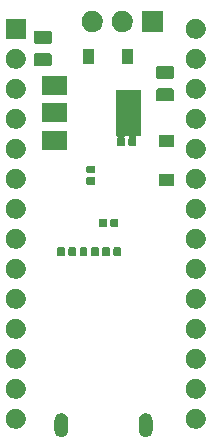
<source format=gbr>
G04 #@! TF.GenerationSoftware,KiCad,Pcbnew,5.1.5+dfsg1-2build2*
G04 #@! TF.CreationDate,2023-08-25T20:20:15+01:00*
G04 #@! TF.ProjectId,pico-sp0256,7069636f-2d73-4703-9032-35362e6b6963,rev?*
G04 #@! TF.SameCoordinates,Original*
G04 #@! TF.FileFunction,Soldermask,Bot*
G04 #@! TF.FilePolarity,Negative*
%FSLAX46Y46*%
G04 Gerber Fmt 4.6, Leading zero omitted, Abs format (unit mm)*
G04 Created by KiCad (PCBNEW 5.1.5+dfsg1-2build2) date 2023-08-25 20:20:15*
%MOMM*%
%LPD*%
G04 APERTURE LIST*
%ADD10C,0.100000*%
G04 APERTURE END LIST*
D10*
G36*
X78135416Y-102061334D02*
G01*
X78243992Y-102094271D01*
X78243995Y-102094272D01*
X78280101Y-102113571D01*
X78344057Y-102147756D01*
X78431764Y-102219736D01*
X78503744Y-102307443D01*
X78537929Y-102371399D01*
X78557228Y-102407505D01*
X78557228Y-102407506D01*
X78557229Y-102407508D01*
X78590166Y-102516084D01*
X78598500Y-102600702D01*
X78598500Y-103507298D01*
X78590166Y-103591916D01*
X78557229Y-103700491D01*
X78557228Y-103700495D01*
X78537929Y-103736601D01*
X78503744Y-103800557D01*
X78431764Y-103888264D01*
X78344056Y-103960244D01*
X78280100Y-103994429D01*
X78243994Y-104013728D01*
X78243991Y-104013729D01*
X78135415Y-104046666D01*
X78022500Y-104057787D01*
X77909584Y-104046666D01*
X77801008Y-104013729D01*
X77801005Y-104013728D01*
X77764899Y-103994429D01*
X77700943Y-103960244D01*
X77613236Y-103888264D01*
X77541256Y-103800556D01*
X77487773Y-103700495D01*
X77487772Y-103700494D01*
X77487771Y-103700491D01*
X77454834Y-103591915D01*
X77446500Y-103507297D01*
X77446500Y-102600702D01*
X77454835Y-102516084D01*
X77487772Y-102407508D01*
X77487773Y-102407506D01*
X77487773Y-102407505D01*
X77507072Y-102371399D01*
X77541257Y-102307443D01*
X77613237Y-102219736D01*
X77700944Y-102147756D01*
X77764900Y-102113571D01*
X77801006Y-102094272D01*
X77801009Y-102094271D01*
X77909585Y-102061334D01*
X78022500Y-102050213D01*
X78135416Y-102061334D01*
G37*
G36*
X85285415Y-102061334D02*
G01*
X85393991Y-102094271D01*
X85393994Y-102094272D01*
X85430100Y-102113571D01*
X85494056Y-102147756D01*
X85581764Y-102219736D01*
X85653744Y-102307443D01*
X85687929Y-102371399D01*
X85707228Y-102407505D01*
X85707228Y-102407506D01*
X85707229Y-102407508D01*
X85740166Y-102516084D01*
X85748500Y-102600702D01*
X85748500Y-103507298D01*
X85740166Y-103591916D01*
X85707229Y-103700491D01*
X85707228Y-103700495D01*
X85687929Y-103736601D01*
X85653744Y-103800557D01*
X85581764Y-103888264D01*
X85494057Y-103960244D01*
X85430101Y-103994429D01*
X85393995Y-104013728D01*
X85393992Y-104013729D01*
X85285416Y-104046666D01*
X85172500Y-104057787D01*
X85059585Y-104046666D01*
X84951009Y-104013729D01*
X84951006Y-104013728D01*
X84914900Y-103994429D01*
X84850944Y-103960244D01*
X84763237Y-103888264D01*
X84691257Y-103800557D01*
X84657072Y-103736601D01*
X84637773Y-103700495D01*
X84637772Y-103700491D01*
X84604835Y-103591916D01*
X84596500Y-103507298D01*
X84596500Y-102600703D01*
X84604834Y-102516085D01*
X84637771Y-102407509D01*
X84637772Y-102407506D01*
X84657071Y-102371400D01*
X84691256Y-102307444D01*
X84763236Y-102219736D01*
X84850943Y-102147756D01*
X84914899Y-102113571D01*
X84951005Y-102094272D01*
X84951008Y-102094271D01*
X85059584Y-102061334D01*
X85172500Y-102050213D01*
X85285415Y-102061334D01*
G37*
G36*
X89651729Y-101721704D02*
G01*
X89806601Y-101785854D01*
X89945982Y-101878986D01*
X90064516Y-101997520D01*
X90157648Y-102136901D01*
X90221798Y-102291773D01*
X90254501Y-102456185D01*
X90254501Y-102623817D01*
X90221798Y-102788229D01*
X90157648Y-102943101D01*
X90064516Y-103082482D01*
X89945982Y-103201016D01*
X89806601Y-103294148D01*
X89651729Y-103358298D01*
X89487317Y-103391001D01*
X89319685Y-103391001D01*
X89155273Y-103358298D01*
X89000401Y-103294148D01*
X88861020Y-103201016D01*
X88742486Y-103082482D01*
X88649354Y-102943101D01*
X88585204Y-102788229D01*
X88552501Y-102623817D01*
X88552501Y-102456185D01*
X88585204Y-102291773D01*
X88649354Y-102136901D01*
X88742486Y-101997520D01*
X88861020Y-101878986D01*
X89000401Y-101785854D01*
X89155273Y-101721704D01*
X89319685Y-101689001D01*
X89487317Y-101689001D01*
X89651729Y-101721704D01*
G37*
G36*
X74411729Y-101721704D02*
G01*
X74566601Y-101785854D01*
X74705982Y-101878986D01*
X74824516Y-101997520D01*
X74917648Y-102136901D01*
X74981798Y-102291773D01*
X75014501Y-102456185D01*
X75014501Y-102623817D01*
X74981798Y-102788229D01*
X74917648Y-102943101D01*
X74824516Y-103082482D01*
X74705982Y-103201016D01*
X74566601Y-103294148D01*
X74411729Y-103358298D01*
X74247317Y-103391001D01*
X74079685Y-103391001D01*
X73915273Y-103358298D01*
X73760401Y-103294148D01*
X73621020Y-103201016D01*
X73502486Y-103082482D01*
X73409354Y-102943101D01*
X73345204Y-102788229D01*
X73312501Y-102623817D01*
X73312501Y-102456185D01*
X73345204Y-102291773D01*
X73409354Y-102136901D01*
X73502486Y-101997520D01*
X73621020Y-101878986D01*
X73760401Y-101785854D01*
X73915273Y-101721704D01*
X74079685Y-101689001D01*
X74247317Y-101689001D01*
X74411729Y-101721704D01*
G37*
G36*
X74411729Y-99181704D02*
G01*
X74566601Y-99245854D01*
X74705982Y-99338986D01*
X74824516Y-99457520D01*
X74917648Y-99596901D01*
X74981798Y-99751773D01*
X75014501Y-99916185D01*
X75014501Y-100083817D01*
X74981798Y-100248229D01*
X74917648Y-100403101D01*
X74824516Y-100542482D01*
X74705982Y-100661016D01*
X74566601Y-100754148D01*
X74411729Y-100818298D01*
X74247317Y-100851001D01*
X74079685Y-100851001D01*
X73915273Y-100818298D01*
X73760401Y-100754148D01*
X73621020Y-100661016D01*
X73502486Y-100542482D01*
X73409354Y-100403101D01*
X73345204Y-100248229D01*
X73312501Y-100083817D01*
X73312501Y-99916185D01*
X73345204Y-99751773D01*
X73409354Y-99596901D01*
X73502486Y-99457520D01*
X73621020Y-99338986D01*
X73760401Y-99245854D01*
X73915273Y-99181704D01*
X74079685Y-99149001D01*
X74247317Y-99149001D01*
X74411729Y-99181704D01*
G37*
G36*
X89651729Y-99181704D02*
G01*
X89806601Y-99245854D01*
X89945982Y-99338986D01*
X90064516Y-99457520D01*
X90157648Y-99596901D01*
X90221798Y-99751773D01*
X90254501Y-99916185D01*
X90254501Y-100083817D01*
X90221798Y-100248229D01*
X90157648Y-100403101D01*
X90064516Y-100542482D01*
X89945982Y-100661016D01*
X89806601Y-100754148D01*
X89651729Y-100818298D01*
X89487317Y-100851001D01*
X89319685Y-100851001D01*
X89155273Y-100818298D01*
X89000401Y-100754148D01*
X88861020Y-100661016D01*
X88742486Y-100542482D01*
X88649354Y-100403101D01*
X88585204Y-100248229D01*
X88552501Y-100083817D01*
X88552501Y-99916185D01*
X88585204Y-99751773D01*
X88649354Y-99596901D01*
X88742486Y-99457520D01*
X88861020Y-99338986D01*
X89000401Y-99245854D01*
X89155273Y-99181704D01*
X89319685Y-99149001D01*
X89487317Y-99149001D01*
X89651729Y-99181704D01*
G37*
G36*
X89651729Y-96641704D02*
G01*
X89806601Y-96705854D01*
X89945982Y-96798986D01*
X90064516Y-96917520D01*
X90157648Y-97056901D01*
X90221798Y-97211773D01*
X90254501Y-97376185D01*
X90254501Y-97543817D01*
X90221798Y-97708229D01*
X90157648Y-97863101D01*
X90064516Y-98002482D01*
X89945982Y-98121016D01*
X89806601Y-98214148D01*
X89651729Y-98278298D01*
X89487317Y-98311001D01*
X89319685Y-98311001D01*
X89155273Y-98278298D01*
X89000401Y-98214148D01*
X88861020Y-98121016D01*
X88742486Y-98002482D01*
X88649354Y-97863101D01*
X88585204Y-97708229D01*
X88552501Y-97543817D01*
X88552501Y-97376185D01*
X88585204Y-97211773D01*
X88649354Y-97056901D01*
X88742486Y-96917520D01*
X88861020Y-96798986D01*
X89000401Y-96705854D01*
X89155273Y-96641704D01*
X89319685Y-96609001D01*
X89487317Y-96609001D01*
X89651729Y-96641704D01*
G37*
G36*
X74411729Y-96641704D02*
G01*
X74566601Y-96705854D01*
X74705982Y-96798986D01*
X74824516Y-96917520D01*
X74917648Y-97056901D01*
X74981798Y-97211773D01*
X75014501Y-97376185D01*
X75014501Y-97543817D01*
X74981798Y-97708229D01*
X74917648Y-97863101D01*
X74824516Y-98002482D01*
X74705982Y-98121016D01*
X74566601Y-98214148D01*
X74411729Y-98278298D01*
X74247317Y-98311001D01*
X74079685Y-98311001D01*
X73915273Y-98278298D01*
X73760401Y-98214148D01*
X73621020Y-98121016D01*
X73502486Y-98002482D01*
X73409354Y-97863101D01*
X73345204Y-97708229D01*
X73312501Y-97543817D01*
X73312501Y-97376185D01*
X73345204Y-97211773D01*
X73409354Y-97056901D01*
X73502486Y-96917520D01*
X73621020Y-96798986D01*
X73760401Y-96705854D01*
X73915273Y-96641704D01*
X74079685Y-96609001D01*
X74247317Y-96609001D01*
X74411729Y-96641704D01*
G37*
G36*
X89651729Y-94101704D02*
G01*
X89806601Y-94165854D01*
X89945982Y-94258986D01*
X90064516Y-94377520D01*
X90157648Y-94516901D01*
X90221798Y-94671773D01*
X90254501Y-94836185D01*
X90254501Y-95003817D01*
X90221798Y-95168229D01*
X90157648Y-95323101D01*
X90064516Y-95462482D01*
X89945982Y-95581016D01*
X89806601Y-95674148D01*
X89651729Y-95738298D01*
X89487317Y-95771001D01*
X89319685Y-95771001D01*
X89155273Y-95738298D01*
X89000401Y-95674148D01*
X88861020Y-95581016D01*
X88742486Y-95462482D01*
X88649354Y-95323101D01*
X88585204Y-95168229D01*
X88552501Y-95003817D01*
X88552501Y-94836185D01*
X88585204Y-94671773D01*
X88649354Y-94516901D01*
X88742486Y-94377520D01*
X88861020Y-94258986D01*
X89000401Y-94165854D01*
X89155273Y-94101704D01*
X89319685Y-94069001D01*
X89487317Y-94069001D01*
X89651729Y-94101704D01*
G37*
G36*
X74411729Y-94101704D02*
G01*
X74566601Y-94165854D01*
X74705982Y-94258986D01*
X74824516Y-94377520D01*
X74917648Y-94516901D01*
X74981798Y-94671773D01*
X75014501Y-94836185D01*
X75014501Y-95003817D01*
X74981798Y-95168229D01*
X74917648Y-95323101D01*
X74824516Y-95462482D01*
X74705982Y-95581016D01*
X74566601Y-95674148D01*
X74411729Y-95738298D01*
X74247317Y-95771001D01*
X74079685Y-95771001D01*
X73915273Y-95738298D01*
X73760401Y-95674148D01*
X73621020Y-95581016D01*
X73502486Y-95462482D01*
X73409354Y-95323101D01*
X73345204Y-95168229D01*
X73312501Y-95003817D01*
X73312501Y-94836185D01*
X73345204Y-94671773D01*
X73409354Y-94516901D01*
X73502486Y-94377520D01*
X73621020Y-94258986D01*
X73760401Y-94165854D01*
X73915273Y-94101704D01*
X74079685Y-94069001D01*
X74247317Y-94069001D01*
X74411729Y-94101704D01*
G37*
G36*
X74411729Y-91561704D02*
G01*
X74566601Y-91625854D01*
X74705982Y-91718986D01*
X74824516Y-91837520D01*
X74917648Y-91976901D01*
X74981798Y-92131773D01*
X75014501Y-92296185D01*
X75014501Y-92463817D01*
X74981798Y-92628229D01*
X74917648Y-92783101D01*
X74824516Y-92922482D01*
X74705982Y-93041016D01*
X74566601Y-93134148D01*
X74411729Y-93198298D01*
X74247317Y-93231001D01*
X74079685Y-93231001D01*
X73915273Y-93198298D01*
X73760401Y-93134148D01*
X73621020Y-93041016D01*
X73502486Y-92922482D01*
X73409354Y-92783101D01*
X73345204Y-92628229D01*
X73312501Y-92463817D01*
X73312501Y-92296185D01*
X73345204Y-92131773D01*
X73409354Y-91976901D01*
X73502486Y-91837520D01*
X73621020Y-91718986D01*
X73760401Y-91625854D01*
X73915273Y-91561704D01*
X74079685Y-91529001D01*
X74247317Y-91529001D01*
X74411729Y-91561704D01*
G37*
G36*
X89651729Y-91561704D02*
G01*
X89806601Y-91625854D01*
X89945982Y-91718986D01*
X90064516Y-91837520D01*
X90157648Y-91976901D01*
X90221798Y-92131773D01*
X90254501Y-92296185D01*
X90254501Y-92463817D01*
X90221798Y-92628229D01*
X90157648Y-92783101D01*
X90064516Y-92922482D01*
X89945982Y-93041016D01*
X89806601Y-93134148D01*
X89651729Y-93198298D01*
X89487317Y-93231001D01*
X89319685Y-93231001D01*
X89155273Y-93198298D01*
X89000401Y-93134148D01*
X88861020Y-93041016D01*
X88742486Y-92922482D01*
X88649354Y-92783101D01*
X88585204Y-92628229D01*
X88552501Y-92463817D01*
X88552501Y-92296185D01*
X88585204Y-92131773D01*
X88649354Y-91976901D01*
X88742486Y-91837520D01*
X88861020Y-91718986D01*
X89000401Y-91625854D01*
X89155273Y-91561704D01*
X89319685Y-91529001D01*
X89487317Y-91529001D01*
X89651729Y-91561704D01*
G37*
G36*
X74411729Y-89021704D02*
G01*
X74566601Y-89085854D01*
X74705982Y-89178986D01*
X74824516Y-89297520D01*
X74917648Y-89436901D01*
X74981798Y-89591773D01*
X75014501Y-89756185D01*
X75014501Y-89923817D01*
X74981798Y-90088229D01*
X74917648Y-90243101D01*
X74824516Y-90382482D01*
X74705982Y-90501016D01*
X74566601Y-90594148D01*
X74411729Y-90658298D01*
X74247317Y-90691001D01*
X74079685Y-90691001D01*
X73915273Y-90658298D01*
X73760401Y-90594148D01*
X73621020Y-90501016D01*
X73502486Y-90382482D01*
X73409354Y-90243101D01*
X73345204Y-90088229D01*
X73312501Y-89923817D01*
X73312501Y-89756185D01*
X73345204Y-89591773D01*
X73409354Y-89436901D01*
X73502486Y-89297520D01*
X73621020Y-89178986D01*
X73760401Y-89085854D01*
X73915273Y-89021704D01*
X74079685Y-88989001D01*
X74247317Y-88989001D01*
X74411729Y-89021704D01*
G37*
G36*
X89651729Y-89021704D02*
G01*
X89806601Y-89085854D01*
X89945982Y-89178986D01*
X90064516Y-89297520D01*
X90157648Y-89436901D01*
X90221798Y-89591773D01*
X90254501Y-89756185D01*
X90254501Y-89923817D01*
X90221798Y-90088229D01*
X90157648Y-90243101D01*
X90064516Y-90382482D01*
X89945982Y-90501016D01*
X89806601Y-90594148D01*
X89651729Y-90658298D01*
X89487317Y-90691001D01*
X89319685Y-90691001D01*
X89155273Y-90658298D01*
X89000401Y-90594148D01*
X88861020Y-90501016D01*
X88742486Y-90382482D01*
X88649354Y-90243101D01*
X88585204Y-90088229D01*
X88552501Y-89923817D01*
X88552501Y-89756185D01*
X88585204Y-89591773D01*
X88649354Y-89436901D01*
X88742486Y-89297520D01*
X88861020Y-89178986D01*
X89000401Y-89085854D01*
X89155273Y-89021704D01*
X89319685Y-88989001D01*
X89487317Y-88989001D01*
X89651729Y-89021704D01*
G37*
G36*
X80158976Y-88033572D02*
G01*
X80178181Y-88039398D01*
X80195893Y-88048865D01*
X80211405Y-88061595D01*
X80224135Y-88077107D01*
X80233602Y-88094819D01*
X80239428Y-88114024D01*
X80242000Y-88140140D01*
X80242000Y-88643860D01*
X80239428Y-88669976D01*
X80233602Y-88689181D01*
X80224135Y-88706893D01*
X80211405Y-88722405D01*
X80195893Y-88735135D01*
X80178181Y-88744602D01*
X80158976Y-88750428D01*
X80132860Y-88753000D01*
X79689140Y-88753000D01*
X79663024Y-88750428D01*
X79643819Y-88744602D01*
X79626107Y-88735135D01*
X79610595Y-88722405D01*
X79597865Y-88706893D01*
X79588398Y-88689181D01*
X79582572Y-88669976D01*
X79580000Y-88643860D01*
X79580000Y-88140140D01*
X79582572Y-88114024D01*
X79588398Y-88094819D01*
X79597865Y-88077107D01*
X79610595Y-88061595D01*
X79626107Y-88048865D01*
X79643819Y-88039398D01*
X79663024Y-88033572D01*
X79689140Y-88031000D01*
X80132860Y-88031000D01*
X80158976Y-88033572D01*
G37*
G36*
X79213976Y-88033572D02*
G01*
X79233181Y-88039398D01*
X79250893Y-88048865D01*
X79266405Y-88061595D01*
X79279135Y-88077107D01*
X79288602Y-88094819D01*
X79294428Y-88114024D01*
X79297000Y-88140140D01*
X79297000Y-88643860D01*
X79294428Y-88669976D01*
X79288602Y-88689181D01*
X79279135Y-88706893D01*
X79266405Y-88722405D01*
X79250893Y-88735135D01*
X79233181Y-88744602D01*
X79213976Y-88750428D01*
X79187860Y-88753000D01*
X78744140Y-88753000D01*
X78718024Y-88750428D01*
X78698819Y-88744602D01*
X78681107Y-88735135D01*
X78665595Y-88722405D01*
X78652865Y-88706893D01*
X78643398Y-88689181D01*
X78637572Y-88669976D01*
X78635000Y-88643860D01*
X78635000Y-88140140D01*
X78637572Y-88114024D01*
X78643398Y-88094819D01*
X78652865Y-88077107D01*
X78665595Y-88061595D01*
X78681107Y-88048865D01*
X78698819Y-88039398D01*
X78718024Y-88033572D01*
X78744140Y-88031000D01*
X79187860Y-88031000D01*
X79213976Y-88033572D01*
G37*
G36*
X82063976Y-88033572D02*
G01*
X82083181Y-88039398D01*
X82100893Y-88048865D01*
X82116405Y-88061595D01*
X82129135Y-88077107D01*
X82138602Y-88094819D01*
X82144428Y-88114024D01*
X82147000Y-88140140D01*
X82147000Y-88643860D01*
X82144428Y-88669976D01*
X82138602Y-88689181D01*
X82129135Y-88706893D01*
X82116405Y-88722405D01*
X82100893Y-88735135D01*
X82083181Y-88744602D01*
X82063976Y-88750428D01*
X82037860Y-88753000D01*
X81594140Y-88753000D01*
X81568024Y-88750428D01*
X81548819Y-88744602D01*
X81531107Y-88735135D01*
X81515595Y-88722405D01*
X81502865Y-88706893D01*
X81493398Y-88689181D01*
X81487572Y-88669976D01*
X81485000Y-88643860D01*
X81485000Y-88140140D01*
X81487572Y-88114024D01*
X81493398Y-88094819D01*
X81502865Y-88077107D01*
X81515595Y-88061595D01*
X81531107Y-88048865D01*
X81548819Y-88039398D01*
X81568024Y-88033572D01*
X81594140Y-88031000D01*
X82037860Y-88031000D01*
X82063976Y-88033572D01*
G37*
G36*
X83023976Y-88033572D02*
G01*
X83043181Y-88039398D01*
X83060893Y-88048865D01*
X83076405Y-88061595D01*
X83089135Y-88077107D01*
X83098602Y-88094819D01*
X83104428Y-88114024D01*
X83107000Y-88140140D01*
X83107000Y-88643860D01*
X83104428Y-88669976D01*
X83098602Y-88689181D01*
X83089135Y-88706893D01*
X83076405Y-88722405D01*
X83060893Y-88735135D01*
X83043181Y-88744602D01*
X83023976Y-88750428D01*
X82997860Y-88753000D01*
X82554140Y-88753000D01*
X82528024Y-88750428D01*
X82508819Y-88744602D01*
X82491107Y-88735135D01*
X82475595Y-88722405D01*
X82462865Y-88706893D01*
X82453398Y-88689181D01*
X82447572Y-88669976D01*
X82445000Y-88643860D01*
X82445000Y-88140140D01*
X82447572Y-88114024D01*
X82453398Y-88094819D01*
X82462865Y-88077107D01*
X82475595Y-88061595D01*
X82491107Y-88048865D01*
X82508819Y-88039398D01*
X82528024Y-88033572D01*
X82554140Y-88031000D01*
X82997860Y-88031000D01*
X83023976Y-88033572D01*
G37*
G36*
X81118976Y-88033572D02*
G01*
X81138181Y-88039398D01*
X81155893Y-88048865D01*
X81171405Y-88061595D01*
X81184135Y-88077107D01*
X81193602Y-88094819D01*
X81199428Y-88114024D01*
X81202000Y-88140140D01*
X81202000Y-88643860D01*
X81199428Y-88669976D01*
X81193602Y-88689181D01*
X81184135Y-88706893D01*
X81171405Y-88722405D01*
X81155893Y-88735135D01*
X81138181Y-88744602D01*
X81118976Y-88750428D01*
X81092860Y-88753000D01*
X80649140Y-88753000D01*
X80623024Y-88750428D01*
X80603819Y-88744602D01*
X80586107Y-88735135D01*
X80570595Y-88722405D01*
X80557865Y-88706893D01*
X80548398Y-88689181D01*
X80542572Y-88669976D01*
X80540000Y-88643860D01*
X80540000Y-88140140D01*
X80542572Y-88114024D01*
X80548398Y-88094819D01*
X80557865Y-88077107D01*
X80570595Y-88061595D01*
X80586107Y-88048865D01*
X80603819Y-88039398D01*
X80623024Y-88033572D01*
X80649140Y-88031000D01*
X81092860Y-88031000D01*
X81118976Y-88033572D01*
G37*
G36*
X78253976Y-88033572D02*
G01*
X78273181Y-88039398D01*
X78290893Y-88048865D01*
X78306405Y-88061595D01*
X78319135Y-88077107D01*
X78328602Y-88094819D01*
X78334428Y-88114024D01*
X78337000Y-88140140D01*
X78337000Y-88643860D01*
X78334428Y-88669976D01*
X78328602Y-88689181D01*
X78319135Y-88706893D01*
X78306405Y-88722405D01*
X78290893Y-88735135D01*
X78273181Y-88744602D01*
X78253976Y-88750428D01*
X78227860Y-88753000D01*
X77784140Y-88753000D01*
X77758024Y-88750428D01*
X77738819Y-88744602D01*
X77721107Y-88735135D01*
X77705595Y-88722405D01*
X77692865Y-88706893D01*
X77683398Y-88689181D01*
X77677572Y-88669976D01*
X77675000Y-88643860D01*
X77675000Y-88140140D01*
X77677572Y-88114024D01*
X77683398Y-88094819D01*
X77692865Y-88077107D01*
X77705595Y-88061595D01*
X77721107Y-88048865D01*
X77738819Y-88039398D01*
X77758024Y-88033572D01*
X77784140Y-88031000D01*
X78227860Y-88031000D01*
X78253976Y-88033572D01*
G37*
G36*
X74411729Y-86481704D02*
G01*
X74566601Y-86545854D01*
X74705982Y-86638986D01*
X74824516Y-86757520D01*
X74917648Y-86896901D01*
X74981798Y-87051773D01*
X75014501Y-87216185D01*
X75014501Y-87383817D01*
X74981798Y-87548229D01*
X74917648Y-87703101D01*
X74824516Y-87842482D01*
X74705982Y-87961016D01*
X74566601Y-88054148D01*
X74411729Y-88118298D01*
X74247317Y-88151001D01*
X74079685Y-88151001D01*
X73915273Y-88118298D01*
X73760401Y-88054148D01*
X73621020Y-87961016D01*
X73502486Y-87842482D01*
X73409354Y-87703101D01*
X73345204Y-87548229D01*
X73312501Y-87383817D01*
X73312501Y-87216185D01*
X73345204Y-87051773D01*
X73409354Y-86896901D01*
X73502486Y-86757520D01*
X73621020Y-86638986D01*
X73760401Y-86545854D01*
X73915273Y-86481704D01*
X74079685Y-86449001D01*
X74247317Y-86449001D01*
X74411729Y-86481704D01*
G37*
G36*
X89651729Y-86481704D02*
G01*
X89806601Y-86545854D01*
X89945982Y-86638986D01*
X90064516Y-86757520D01*
X90157648Y-86896901D01*
X90221798Y-87051773D01*
X90254501Y-87216185D01*
X90254501Y-87383817D01*
X90221798Y-87548229D01*
X90157648Y-87703101D01*
X90064516Y-87842482D01*
X89945982Y-87961016D01*
X89806601Y-88054148D01*
X89651729Y-88118298D01*
X89487317Y-88151001D01*
X89319685Y-88151001D01*
X89155273Y-88118298D01*
X89000401Y-88054148D01*
X88861020Y-87961016D01*
X88742486Y-87842482D01*
X88649354Y-87703101D01*
X88585204Y-87548229D01*
X88552501Y-87383817D01*
X88552501Y-87216185D01*
X88585204Y-87051773D01*
X88649354Y-86896901D01*
X88742486Y-86757520D01*
X88861020Y-86638986D01*
X89000401Y-86545854D01*
X89155273Y-86481704D01*
X89319685Y-86449001D01*
X89487317Y-86449001D01*
X89651729Y-86481704D01*
G37*
G36*
X82769976Y-85620572D02*
G01*
X82789181Y-85626398D01*
X82806893Y-85635865D01*
X82822405Y-85648595D01*
X82835135Y-85664107D01*
X82844602Y-85681819D01*
X82850428Y-85701024D01*
X82853000Y-85727140D01*
X82853000Y-86230860D01*
X82850428Y-86256976D01*
X82844602Y-86276181D01*
X82835135Y-86293893D01*
X82822405Y-86309405D01*
X82806893Y-86322135D01*
X82789181Y-86331602D01*
X82769976Y-86337428D01*
X82743860Y-86340000D01*
X82300140Y-86340000D01*
X82274024Y-86337428D01*
X82254819Y-86331602D01*
X82237107Y-86322135D01*
X82221595Y-86309405D01*
X82208865Y-86293893D01*
X82199398Y-86276181D01*
X82193572Y-86256976D01*
X82191000Y-86230860D01*
X82191000Y-85727140D01*
X82193572Y-85701024D01*
X82199398Y-85681819D01*
X82208865Y-85664107D01*
X82221595Y-85648595D01*
X82237107Y-85635865D01*
X82254819Y-85626398D01*
X82274024Y-85620572D01*
X82300140Y-85618000D01*
X82743860Y-85618000D01*
X82769976Y-85620572D01*
G37*
G36*
X81809976Y-85620572D02*
G01*
X81829181Y-85626398D01*
X81846893Y-85635865D01*
X81862405Y-85648595D01*
X81875135Y-85664107D01*
X81884602Y-85681819D01*
X81890428Y-85701024D01*
X81893000Y-85727140D01*
X81893000Y-86230860D01*
X81890428Y-86256976D01*
X81884602Y-86276181D01*
X81875135Y-86293893D01*
X81862405Y-86309405D01*
X81846893Y-86322135D01*
X81829181Y-86331602D01*
X81809976Y-86337428D01*
X81783860Y-86340000D01*
X81340140Y-86340000D01*
X81314024Y-86337428D01*
X81294819Y-86331602D01*
X81277107Y-86322135D01*
X81261595Y-86309405D01*
X81248865Y-86293893D01*
X81239398Y-86276181D01*
X81233572Y-86256976D01*
X81231000Y-86230860D01*
X81231000Y-85727140D01*
X81233572Y-85701024D01*
X81239398Y-85681819D01*
X81248865Y-85664107D01*
X81261595Y-85648595D01*
X81277107Y-85635865D01*
X81294819Y-85626398D01*
X81314024Y-85620572D01*
X81340140Y-85618000D01*
X81783860Y-85618000D01*
X81809976Y-85620572D01*
G37*
G36*
X89651729Y-83941704D02*
G01*
X89806601Y-84005854D01*
X89945982Y-84098986D01*
X90064516Y-84217520D01*
X90157648Y-84356901D01*
X90221798Y-84511773D01*
X90254501Y-84676185D01*
X90254501Y-84843817D01*
X90221798Y-85008229D01*
X90157648Y-85163101D01*
X90064516Y-85302482D01*
X89945982Y-85421016D01*
X89806601Y-85514148D01*
X89651729Y-85578298D01*
X89487317Y-85611001D01*
X89319685Y-85611001D01*
X89155273Y-85578298D01*
X89000401Y-85514148D01*
X88861020Y-85421016D01*
X88742486Y-85302482D01*
X88649354Y-85163101D01*
X88585204Y-85008229D01*
X88552501Y-84843817D01*
X88552501Y-84676185D01*
X88585204Y-84511773D01*
X88649354Y-84356901D01*
X88742486Y-84217520D01*
X88861020Y-84098986D01*
X89000401Y-84005854D01*
X89155273Y-83941704D01*
X89319685Y-83909001D01*
X89487317Y-83909001D01*
X89651729Y-83941704D01*
G37*
G36*
X74411729Y-83941704D02*
G01*
X74566601Y-84005854D01*
X74705982Y-84098986D01*
X74824516Y-84217520D01*
X74917648Y-84356901D01*
X74981798Y-84511773D01*
X75014501Y-84676185D01*
X75014501Y-84843817D01*
X74981798Y-85008229D01*
X74917648Y-85163101D01*
X74824516Y-85302482D01*
X74705982Y-85421016D01*
X74566601Y-85514148D01*
X74411729Y-85578298D01*
X74247317Y-85611001D01*
X74079685Y-85611001D01*
X73915273Y-85578298D01*
X73760401Y-85514148D01*
X73621020Y-85421016D01*
X73502486Y-85302482D01*
X73409354Y-85163101D01*
X73345204Y-85008229D01*
X73312501Y-84843817D01*
X73312501Y-84676185D01*
X73345204Y-84511773D01*
X73409354Y-84356901D01*
X73502486Y-84217520D01*
X73621020Y-84098986D01*
X73760401Y-84005854D01*
X73915273Y-83941704D01*
X74079685Y-83909001D01*
X74247317Y-83909001D01*
X74411729Y-83941704D01*
G37*
G36*
X89651729Y-81401704D02*
G01*
X89806601Y-81465854D01*
X89945982Y-81558986D01*
X90064516Y-81677520D01*
X90157648Y-81816901D01*
X90221798Y-81971773D01*
X90254501Y-82136185D01*
X90254501Y-82303817D01*
X90221798Y-82468229D01*
X90157648Y-82623101D01*
X90064516Y-82762482D01*
X89945982Y-82881016D01*
X89806601Y-82974148D01*
X89651729Y-83038298D01*
X89487317Y-83071001D01*
X89319685Y-83071001D01*
X89155273Y-83038298D01*
X89000401Y-82974148D01*
X88861020Y-82881016D01*
X88742486Y-82762482D01*
X88649354Y-82623101D01*
X88585204Y-82468229D01*
X88552501Y-82303817D01*
X88552501Y-82136185D01*
X88585204Y-81971773D01*
X88649354Y-81816901D01*
X88742486Y-81677520D01*
X88861020Y-81558986D01*
X89000401Y-81465854D01*
X89155273Y-81401704D01*
X89319685Y-81369001D01*
X89487317Y-81369001D01*
X89651729Y-81401704D01*
G37*
G36*
X74411729Y-81401704D02*
G01*
X74566601Y-81465854D01*
X74705982Y-81558986D01*
X74824516Y-81677520D01*
X74917648Y-81816901D01*
X74981798Y-81971773D01*
X75014501Y-82136185D01*
X75014501Y-82303817D01*
X74981798Y-82468229D01*
X74917648Y-82623101D01*
X74824516Y-82762482D01*
X74705982Y-82881016D01*
X74566601Y-82974148D01*
X74411729Y-83038298D01*
X74247317Y-83071001D01*
X74079685Y-83071001D01*
X73915273Y-83038298D01*
X73760401Y-82974148D01*
X73621020Y-82881016D01*
X73502486Y-82762482D01*
X73409354Y-82623101D01*
X73345204Y-82468229D01*
X73312501Y-82303817D01*
X73312501Y-82136185D01*
X73345204Y-81971773D01*
X73409354Y-81816901D01*
X73502486Y-81677520D01*
X73621020Y-81558986D01*
X73760401Y-81465854D01*
X73915273Y-81401704D01*
X74079685Y-81369001D01*
X74247317Y-81369001D01*
X74411729Y-81401704D01*
G37*
G36*
X87582500Y-82796000D02*
G01*
X86280500Y-82796000D01*
X86280500Y-81794000D01*
X87582500Y-81794000D01*
X87582500Y-82796000D01*
G37*
G36*
X80795976Y-82066572D02*
G01*
X80815181Y-82072398D01*
X80832893Y-82081865D01*
X80848405Y-82094595D01*
X80861135Y-82110107D01*
X80870602Y-82127819D01*
X80876428Y-82147024D01*
X80879000Y-82173140D01*
X80879000Y-82616860D01*
X80876428Y-82642976D01*
X80870602Y-82662181D01*
X80861135Y-82679893D01*
X80848405Y-82695405D01*
X80832893Y-82708135D01*
X80815181Y-82717602D01*
X80795976Y-82723428D01*
X80769860Y-82726000D01*
X80266140Y-82726000D01*
X80240024Y-82723428D01*
X80220819Y-82717602D01*
X80203107Y-82708135D01*
X80187595Y-82695405D01*
X80174865Y-82679893D01*
X80165398Y-82662181D01*
X80159572Y-82642976D01*
X80157000Y-82616860D01*
X80157000Y-82173140D01*
X80159572Y-82147024D01*
X80165398Y-82127819D01*
X80174865Y-82110107D01*
X80187595Y-82094595D01*
X80203107Y-82081865D01*
X80220819Y-82072398D01*
X80240024Y-82066572D01*
X80266140Y-82064000D01*
X80769860Y-82064000D01*
X80795976Y-82066572D01*
G37*
G36*
X80795976Y-81106572D02*
G01*
X80815181Y-81112398D01*
X80832893Y-81121865D01*
X80848405Y-81134595D01*
X80861135Y-81150107D01*
X80870602Y-81167819D01*
X80876428Y-81187024D01*
X80879000Y-81213140D01*
X80879000Y-81656860D01*
X80876428Y-81682976D01*
X80870602Y-81702181D01*
X80861135Y-81719893D01*
X80848405Y-81735405D01*
X80832893Y-81748135D01*
X80815181Y-81757602D01*
X80795976Y-81763428D01*
X80769860Y-81766000D01*
X80266140Y-81766000D01*
X80240024Y-81763428D01*
X80220819Y-81757602D01*
X80203107Y-81748135D01*
X80187595Y-81735405D01*
X80174865Y-81719893D01*
X80165398Y-81702181D01*
X80159572Y-81682976D01*
X80157000Y-81656860D01*
X80157000Y-81213140D01*
X80159572Y-81187024D01*
X80165398Y-81167819D01*
X80174865Y-81150107D01*
X80187595Y-81134595D01*
X80203107Y-81121865D01*
X80220819Y-81112398D01*
X80240024Y-81106572D01*
X80266140Y-81104000D01*
X80769860Y-81104000D01*
X80795976Y-81106572D01*
G37*
G36*
X74411729Y-78861704D02*
G01*
X74566601Y-78925854D01*
X74705982Y-79018986D01*
X74824516Y-79137520D01*
X74917648Y-79276901D01*
X74981798Y-79431773D01*
X75014501Y-79596185D01*
X75014501Y-79763817D01*
X74981798Y-79928229D01*
X74917648Y-80083101D01*
X74824516Y-80222482D01*
X74705982Y-80341016D01*
X74566601Y-80434148D01*
X74411729Y-80498298D01*
X74247317Y-80531001D01*
X74079685Y-80531001D01*
X73915273Y-80498298D01*
X73760401Y-80434148D01*
X73621020Y-80341016D01*
X73502486Y-80222482D01*
X73409354Y-80083101D01*
X73345204Y-79928229D01*
X73312501Y-79763817D01*
X73312501Y-79596185D01*
X73345204Y-79431773D01*
X73409354Y-79276901D01*
X73502486Y-79137520D01*
X73621020Y-79018986D01*
X73760401Y-78925854D01*
X73915273Y-78861704D01*
X74079685Y-78829001D01*
X74247317Y-78829001D01*
X74411729Y-78861704D01*
G37*
G36*
X89651729Y-78861704D02*
G01*
X89806601Y-78925854D01*
X89945982Y-79018986D01*
X90064516Y-79137520D01*
X90157648Y-79276901D01*
X90221798Y-79431773D01*
X90254501Y-79596185D01*
X90254501Y-79763817D01*
X90221798Y-79928229D01*
X90157648Y-80083101D01*
X90064516Y-80222482D01*
X89945982Y-80341016D01*
X89806601Y-80434148D01*
X89651729Y-80498298D01*
X89487317Y-80531001D01*
X89319685Y-80531001D01*
X89155273Y-80498298D01*
X89000401Y-80434148D01*
X88861020Y-80341016D01*
X88742486Y-80222482D01*
X88649354Y-80083101D01*
X88585204Y-79928229D01*
X88552501Y-79763817D01*
X88552501Y-79596185D01*
X88585204Y-79431773D01*
X88649354Y-79276901D01*
X88742486Y-79137520D01*
X88861020Y-79018986D01*
X89000401Y-78925854D01*
X89155273Y-78861704D01*
X89319685Y-78829001D01*
X89487317Y-78829001D01*
X89651729Y-78861704D01*
G37*
G36*
X78482500Y-79745500D02*
G01*
X76380500Y-79745500D01*
X76380500Y-78143500D01*
X78482500Y-78143500D01*
X78482500Y-79745500D01*
G37*
G36*
X87582500Y-79496000D02*
G01*
X86280500Y-79496000D01*
X86280500Y-78494000D01*
X87582500Y-78494000D01*
X87582500Y-79496000D01*
G37*
G36*
X84782500Y-78595500D02*
G01*
X84450582Y-78595500D01*
X84426196Y-78597902D01*
X84402747Y-78605015D01*
X84381136Y-78616566D01*
X84362194Y-78632111D01*
X84346649Y-78651053D01*
X84335098Y-78672664D01*
X84327985Y-78696113D01*
X84325583Y-78720499D01*
X84327985Y-78744885D01*
X84335098Y-78768334D01*
X84353954Y-78799794D01*
X84359135Y-78806107D01*
X84368602Y-78823819D01*
X84374428Y-78843024D01*
X84377000Y-78869140D01*
X84377000Y-79372860D01*
X84374428Y-79398976D01*
X84368602Y-79418181D01*
X84359135Y-79435893D01*
X84346405Y-79451405D01*
X84330893Y-79464135D01*
X84313181Y-79473602D01*
X84293976Y-79479428D01*
X84267860Y-79482000D01*
X83824140Y-79482000D01*
X83798024Y-79479428D01*
X83778819Y-79473602D01*
X83761107Y-79464135D01*
X83745595Y-79451405D01*
X83732865Y-79435893D01*
X83723398Y-79418181D01*
X83717572Y-79398976D01*
X83715000Y-79372860D01*
X83715000Y-78869140D01*
X83717572Y-78843024D01*
X83723398Y-78823819D01*
X83732865Y-78806107D01*
X83738046Y-78799794D01*
X83751659Y-78779419D01*
X83761036Y-78756780D01*
X83765816Y-78732746D01*
X83765815Y-78708242D01*
X83761033Y-78684209D01*
X83751655Y-78661571D01*
X83738041Y-78641197D01*
X83720713Y-78623871D01*
X83700338Y-78610258D01*
X83677699Y-78600881D01*
X83641418Y-78595500D01*
X83490582Y-78595500D01*
X83466196Y-78597902D01*
X83442747Y-78605015D01*
X83421136Y-78616566D01*
X83402194Y-78632111D01*
X83386649Y-78651053D01*
X83375098Y-78672664D01*
X83367985Y-78696113D01*
X83365583Y-78720499D01*
X83367985Y-78744885D01*
X83375098Y-78768334D01*
X83393954Y-78799794D01*
X83399135Y-78806107D01*
X83408602Y-78823819D01*
X83414428Y-78843024D01*
X83417000Y-78869140D01*
X83417000Y-79372860D01*
X83414428Y-79398976D01*
X83408602Y-79418181D01*
X83399135Y-79435893D01*
X83386405Y-79451405D01*
X83370893Y-79464135D01*
X83353181Y-79473602D01*
X83333976Y-79479428D01*
X83307860Y-79482000D01*
X82864140Y-79482000D01*
X82838024Y-79479428D01*
X82818819Y-79473602D01*
X82801107Y-79464135D01*
X82785595Y-79451405D01*
X82772865Y-79435893D01*
X82763398Y-79418181D01*
X82757572Y-79398976D01*
X82755000Y-79372860D01*
X82755000Y-78869140D01*
X82757572Y-78843024D01*
X82763398Y-78823819D01*
X82772865Y-78806107D01*
X82778046Y-78799794D01*
X82791659Y-78779419D01*
X82801036Y-78756780D01*
X82805816Y-78732746D01*
X82805815Y-78708242D01*
X82801033Y-78684209D01*
X82791655Y-78661571D01*
X82778041Y-78641197D01*
X82760713Y-78623871D01*
X82740338Y-78610258D01*
X82717699Y-78600881D01*
X82681418Y-78595500D01*
X82680500Y-78595500D01*
X82680500Y-74693500D01*
X84782500Y-74693500D01*
X84782500Y-78595500D01*
G37*
G36*
X89651729Y-76321704D02*
G01*
X89806601Y-76385854D01*
X89945982Y-76478986D01*
X90064516Y-76597520D01*
X90157648Y-76736901D01*
X90221798Y-76891773D01*
X90254501Y-77056185D01*
X90254501Y-77223817D01*
X90221798Y-77388229D01*
X90157648Y-77543101D01*
X90064516Y-77682482D01*
X89945982Y-77801016D01*
X89806601Y-77894148D01*
X89651729Y-77958298D01*
X89487317Y-77991001D01*
X89319685Y-77991001D01*
X89155273Y-77958298D01*
X89000401Y-77894148D01*
X88861020Y-77801016D01*
X88742486Y-77682482D01*
X88649354Y-77543101D01*
X88585204Y-77388229D01*
X88552501Y-77223817D01*
X88552501Y-77056185D01*
X88585204Y-76891773D01*
X88649354Y-76736901D01*
X88742486Y-76597520D01*
X88861020Y-76478986D01*
X89000401Y-76385854D01*
X89155273Y-76321704D01*
X89319685Y-76289001D01*
X89487317Y-76289001D01*
X89651729Y-76321704D01*
G37*
G36*
X74411729Y-76321704D02*
G01*
X74566601Y-76385854D01*
X74705982Y-76478986D01*
X74824516Y-76597520D01*
X74917648Y-76736901D01*
X74981798Y-76891773D01*
X75014501Y-77056185D01*
X75014501Y-77223817D01*
X74981798Y-77388229D01*
X74917648Y-77543101D01*
X74824516Y-77682482D01*
X74705982Y-77801016D01*
X74566601Y-77894148D01*
X74411729Y-77958298D01*
X74247317Y-77991001D01*
X74079685Y-77991001D01*
X73915273Y-77958298D01*
X73760401Y-77894148D01*
X73621020Y-77801016D01*
X73502486Y-77682482D01*
X73409354Y-77543101D01*
X73345204Y-77388229D01*
X73312501Y-77223817D01*
X73312501Y-77056185D01*
X73345204Y-76891773D01*
X73409354Y-76736901D01*
X73502486Y-76597520D01*
X73621020Y-76478986D01*
X73760401Y-76385854D01*
X73915273Y-76321704D01*
X74079685Y-76289001D01*
X74247317Y-76289001D01*
X74411729Y-76321704D01*
G37*
G36*
X78482500Y-77445500D02*
G01*
X76380500Y-77445500D01*
X76380500Y-75843500D01*
X78482500Y-75843500D01*
X78482500Y-77445500D01*
G37*
G36*
X87408934Y-74571686D02*
G01*
X87448784Y-74583774D01*
X87485499Y-74603399D01*
X87517686Y-74629814D01*
X87544101Y-74662001D01*
X87563726Y-74698716D01*
X87575814Y-74738566D01*
X87580500Y-74786141D01*
X87580500Y-75449859D01*
X87575814Y-75497434D01*
X87563726Y-75537284D01*
X87544101Y-75573999D01*
X87517686Y-75606186D01*
X87485499Y-75632601D01*
X87448784Y-75652226D01*
X87408934Y-75664314D01*
X87361359Y-75669000D01*
X86247641Y-75669000D01*
X86200066Y-75664314D01*
X86160216Y-75652226D01*
X86123501Y-75632601D01*
X86091314Y-75606186D01*
X86064899Y-75573999D01*
X86045274Y-75537284D01*
X86033186Y-75497434D01*
X86028500Y-75449859D01*
X86028500Y-74786141D01*
X86033186Y-74738566D01*
X86045274Y-74698716D01*
X86064899Y-74662001D01*
X86091314Y-74629814D01*
X86123501Y-74603399D01*
X86160216Y-74583774D01*
X86200066Y-74571686D01*
X86247641Y-74567000D01*
X87361359Y-74567000D01*
X87408934Y-74571686D01*
G37*
G36*
X74411729Y-73781704D02*
G01*
X74566601Y-73845854D01*
X74705982Y-73938986D01*
X74824516Y-74057520D01*
X74917648Y-74196901D01*
X74981798Y-74351773D01*
X75014501Y-74516185D01*
X75014501Y-74683817D01*
X74981798Y-74848229D01*
X74917648Y-75003101D01*
X74824516Y-75142482D01*
X74705982Y-75261016D01*
X74566601Y-75354148D01*
X74411729Y-75418298D01*
X74247317Y-75451001D01*
X74079685Y-75451001D01*
X73915273Y-75418298D01*
X73760401Y-75354148D01*
X73621020Y-75261016D01*
X73502486Y-75142482D01*
X73409354Y-75003101D01*
X73345204Y-74848229D01*
X73312501Y-74683817D01*
X73312501Y-74516185D01*
X73345204Y-74351773D01*
X73409354Y-74196901D01*
X73502486Y-74057520D01*
X73621020Y-73938986D01*
X73760401Y-73845854D01*
X73915273Y-73781704D01*
X74079685Y-73749001D01*
X74247317Y-73749001D01*
X74411729Y-73781704D01*
G37*
G36*
X89651729Y-73781704D02*
G01*
X89806601Y-73845854D01*
X89945982Y-73938986D01*
X90064516Y-74057520D01*
X90157648Y-74196901D01*
X90221798Y-74351773D01*
X90254501Y-74516185D01*
X90254501Y-74683817D01*
X90221798Y-74848229D01*
X90157648Y-75003101D01*
X90064516Y-75142482D01*
X89945982Y-75261016D01*
X89806601Y-75354148D01*
X89651729Y-75418298D01*
X89487317Y-75451001D01*
X89319685Y-75451001D01*
X89155273Y-75418298D01*
X89000401Y-75354148D01*
X88861020Y-75261016D01*
X88742486Y-75142482D01*
X88649354Y-75003101D01*
X88585204Y-74848229D01*
X88552501Y-74683817D01*
X88552501Y-74516185D01*
X88585204Y-74351773D01*
X88649354Y-74196901D01*
X88742486Y-74057520D01*
X88861020Y-73938986D01*
X89000401Y-73845854D01*
X89155273Y-73781704D01*
X89319685Y-73749001D01*
X89487317Y-73749001D01*
X89651729Y-73781704D01*
G37*
G36*
X78482500Y-75145500D02*
G01*
X76380500Y-75145500D01*
X76380500Y-73543500D01*
X78482500Y-73543500D01*
X78482500Y-75145500D01*
G37*
G36*
X87408934Y-72671686D02*
G01*
X87448784Y-72683774D01*
X87485499Y-72703399D01*
X87517686Y-72729814D01*
X87544101Y-72762001D01*
X87563726Y-72798716D01*
X87575814Y-72838566D01*
X87580500Y-72886141D01*
X87580500Y-73549859D01*
X87575814Y-73597434D01*
X87563726Y-73637284D01*
X87544101Y-73673999D01*
X87517686Y-73706186D01*
X87485499Y-73732601D01*
X87448784Y-73752226D01*
X87408934Y-73764314D01*
X87361359Y-73769000D01*
X86247641Y-73769000D01*
X86200066Y-73764314D01*
X86160216Y-73752226D01*
X86123501Y-73732601D01*
X86091314Y-73706186D01*
X86064899Y-73673999D01*
X86045274Y-73637284D01*
X86033186Y-73597434D01*
X86028500Y-73549859D01*
X86028500Y-72886141D01*
X86033186Y-72838566D01*
X86045274Y-72798716D01*
X86064899Y-72762001D01*
X86091314Y-72729814D01*
X86123501Y-72703399D01*
X86160216Y-72683774D01*
X86200066Y-72671686D01*
X86247641Y-72667000D01*
X87361359Y-72667000D01*
X87408934Y-72671686D01*
G37*
G36*
X89651729Y-71241704D02*
G01*
X89806601Y-71305854D01*
X89945982Y-71398986D01*
X90064516Y-71517520D01*
X90157648Y-71656901D01*
X90221798Y-71811773D01*
X90254501Y-71976185D01*
X90254501Y-72143817D01*
X90221798Y-72308229D01*
X90157648Y-72463101D01*
X90064516Y-72602482D01*
X89945982Y-72721016D01*
X89806601Y-72814148D01*
X89651729Y-72878298D01*
X89487317Y-72911001D01*
X89319685Y-72911001D01*
X89155273Y-72878298D01*
X89000401Y-72814148D01*
X88861020Y-72721016D01*
X88742486Y-72602482D01*
X88649354Y-72463101D01*
X88585204Y-72308229D01*
X88552501Y-72143817D01*
X88552501Y-71976185D01*
X88585204Y-71811773D01*
X88649354Y-71656901D01*
X88742486Y-71517520D01*
X88861020Y-71398986D01*
X89000401Y-71305854D01*
X89155273Y-71241704D01*
X89319685Y-71209001D01*
X89487317Y-71209001D01*
X89651729Y-71241704D01*
G37*
G36*
X74411729Y-71241704D02*
G01*
X74566601Y-71305854D01*
X74705982Y-71398986D01*
X74824516Y-71517520D01*
X74917648Y-71656901D01*
X74981798Y-71811773D01*
X75014501Y-71976185D01*
X75014501Y-72143817D01*
X74981798Y-72308229D01*
X74917648Y-72463101D01*
X74824516Y-72602482D01*
X74705982Y-72721016D01*
X74566601Y-72814148D01*
X74411729Y-72878298D01*
X74247317Y-72911001D01*
X74079685Y-72911001D01*
X73915273Y-72878298D01*
X73760401Y-72814148D01*
X73621020Y-72721016D01*
X73502486Y-72602482D01*
X73409354Y-72463101D01*
X73345204Y-72308229D01*
X73312501Y-72143817D01*
X73312501Y-71976185D01*
X73345204Y-71811773D01*
X73409354Y-71656901D01*
X73502486Y-71517520D01*
X73621020Y-71398986D01*
X73760401Y-71305854D01*
X73915273Y-71241704D01*
X74079685Y-71209001D01*
X74247317Y-71209001D01*
X74411729Y-71241704D01*
G37*
G36*
X77058434Y-71587186D02*
G01*
X77098284Y-71599274D01*
X77134999Y-71618899D01*
X77167186Y-71645314D01*
X77193601Y-71677501D01*
X77213226Y-71714216D01*
X77225314Y-71754066D01*
X77230000Y-71801641D01*
X77230000Y-72465359D01*
X77225314Y-72512934D01*
X77213226Y-72552784D01*
X77193601Y-72589499D01*
X77167186Y-72621686D01*
X77134999Y-72648101D01*
X77098284Y-72667726D01*
X77058434Y-72679814D01*
X77010859Y-72684500D01*
X75897141Y-72684500D01*
X75849566Y-72679814D01*
X75809716Y-72667726D01*
X75773001Y-72648101D01*
X75740814Y-72621686D01*
X75714399Y-72589499D01*
X75694774Y-72552784D01*
X75682686Y-72512934D01*
X75678000Y-72465359D01*
X75678000Y-71801641D01*
X75682686Y-71754066D01*
X75694774Y-71714216D01*
X75714399Y-71677501D01*
X75740814Y-71645314D01*
X75773001Y-71618899D01*
X75809716Y-71599274D01*
X75849566Y-71587186D01*
X75897141Y-71582500D01*
X77010859Y-71582500D01*
X77058434Y-71587186D01*
G37*
G36*
X80829500Y-72533000D02*
G01*
X79827500Y-72533000D01*
X79827500Y-71231000D01*
X80829500Y-71231000D01*
X80829500Y-72533000D01*
G37*
G36*
X84129500Y-72533000D02*
G01*
X83127500Y-72533000D01*
X83127500Y-71231000D01*
X84129500Y-71231000D01*
X84129500Y-72533000D01*
G37*
G36*
X77058434Y-69687186D02*
G01*
X77098284Y-69699274D01*
X77134999Y-69718899D01*
X77167186Y-69745314D01*
X77193601Y-69777501D01*
X77213226Y-69814216D01*
X77225314Y-69854066D01*
X77230000Y-69901641D01*
X77230000Y-70565359D01*
X77225314Y-70612934D01*
X77213226Y-70652784D01*
X77193601Y-70689499D01*
X77167186Y-70721686D01*
X77134999Y-70748101D01*
X77098284Y-70767726D01*
X77058434Y-70779814D01*
X77010859Y-70784500D01*
X75897141Y-70784500D01*
X75849566Y-70779814D01*
X75809716Y-70767726D01*
X75773001Y-70748101D01*
X75740814Y-70721686D01*
X75714399Y-70689499D01*
X75694774Y-70652784D01*
X75682686Y-70612934D01*
X75678000Y-70565359D01*
X75678000Y-69901641D01*
X75682686Y-69854066D01*
X75694774Y-69814216D01*
X75714399Y-69777501D01*
X75740814Y-69745314D01*
X75773001Y-69718899D01*
X75809716Y-69699274D01*
X75849566Y-69687186D01*
X75897141Y-69682500D01*
X77010859Y-69682500D01*
X77058434Y-69687186D01*
G37*
G36*
X75014501Y-70371001D02*
G01*
X73312501Y-70371001D01*
X73312501Y-68669001D01*
X75014501Y-68669001D01*
X75014501Y-70371001D01*
G37*
G36*
X89651729Y-68701704D02*
G01*
X89806601Y-68765854D01*
X89945982Y-68858986D01*
X90064516Y-68977520D01*
X90157648Y-69116901D01*
X90221798Y-69271773D01*
X90254501Y-69436185D01*
X90254501Y-69603817D01*
X90221798Y-69768229D01*
X90157648Y-69923101D01*
X90064516Y-70062482D01*
X89945982Y-70181016D01*
X89806601Y-70274148D01*
X89651729Y-70338298D01*
X89487317Y-70371001D01*
X89319685Y-70371001D01*
X89155273Y-70338298D01*
X89000401Y-70274148D01*
X88861020Y-70181016D01*
X88742486Y-70062482D01*
X88649354Y-69923101D01*
X88585204Y-69768229D01*
X88552501Y-69603817D01*
X88552501Y-69436185D01*
X88585204Y-69271773D01*
X88649354Y-69116901D01*
X88742486Y-68977520D01*
X88861020Y-68858986D01*
X89000401Y-68765854D01*
X89155273Y-68701704D01*
X89319685Y-68669001D01*
X89487317Y-68669001D01*
X89651729Y-68701704D01*
G37*
G36*
X83298512Y-68001427D02*
G01*
X83447812Y-68031124D01*
X83611784Y-68099044D01*
X83759354Y-68197647D01*
X83884853Y-68323146D01*
X83983456Y-68470716D01*
X84051376Y-68634688D01*
X84086000Y-68808759D01*
X84086000Y-68986241D01*
X84051376Y-69160312D01*
X83983456Y-69324284D01*
X83884853Y-69471854D01*
X83759354Y-69597353D01*
X83611784Y-69695956D01*
X83447812Y-69763876D01*
X83298512Y-69793573D01*
X83273742Y-69798500D01*
X83096258Y-69798500D01*
X83071488Y-69793573D01*
X82922188Y-69763876D01*
X82758216Y-69695956D01*
X82610646Y-69597353D01*
X82485147Y-69471854D01*
X82386544Y-69324284D01*
X82318624Y-69160312D01*
X82284000Y-68986241D01*
X82284000Y-68808759D01*
X82318624Y-68634688D01*
X82386544Y-68470716D01*
X82485147Y-68323146D01*
X82610646Y-68197647D01*
X82758216Y-68099044D01*
X82922188Y-68031124D01*
X83071488Y-68001427D01*
X83096258Y-67996500D01*
X83273742Y-67996500D01*
X83298512Y-68001427D01*
G37*
G36*
X86626000Y-69798500D02*
G01*
X84824000Y-69798500D01*
X84824000Y-67996500D01*
X86626000Y-67996500D01*
X86626000Y-69798500D01*
G37*
G36*
X80758512Y-68001427D02*
G01*
X80907812Y-68031124D01*
X81071784Y-68099044D01*
X81219354Y-68197647D01*
X81344853Y-68323146D01*
X81443456Y-68470716D01*
X81511376Y-68634688D01*
X81546000Y-68808759D01*
X81546000Y-68986241D01*
X81511376Y-69160312D01*
X81443456Y-69324284D01*
X81344853Y-69471854D01*
X81219354Y-69597353D01*
X81071784Y-69695956D01*
X80907812Y-69763876D01*
X80758512Y-69793573D01*
X80733742Y-69798500D01*
X80556258Y-69798500D01*
X80531488Y-69793573D01*
X80382188Y-69763876D01*
X80218216Y-69695956D01*
X80070646Y-69597353D01*
X79945147Y-69471854D01*
X79846544Y-69324284D01*
X79778624Y-69160312D01*
X79744000Y-68986241D01*
X79744000Y-68808759D01*
X79778624Y-68634688D01*
X79846544Y-68470716D01*
X79945147Y-68323146D01*
X80070646Y-68197647D01*
X80218216Y-68099044D01*
X80382188Y-68031124D01*
X80531488Y-68001427D01*
X80556258Y-67996500D01*
X80733742Y-67996500D01*
X80758512Y-68001427D01*
G37*
M02*

</source>
